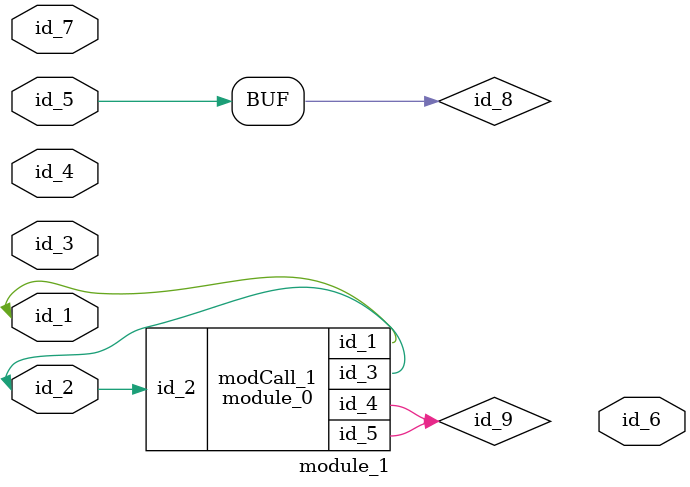
<source format=v>
module module_0 (
    id_1,
    id_2,
    id_3,
    id_4,
    id_5
);
  inout wire id_5;
  inout wire id_4;
  output wire id_3;
  input wire id_2;
  output wire id_1;
  wire id_6, id_7, id_8;
endmodule
module module_1 (
    id_1,
    id_2,
    id_3,
    id_4,
    id_5,
    id_6,
    id_7
);
  input wire id_7;
  output wire id_6;
  input wire id_5;
  input wire id_4;
  input wire id_3;
  inout wire id_2;
  inout wire id_1;
  wire id_8 = id_5, id_9;
  module_0 modCall_1 (
      id_1,
      id_2,
      id_2,
      id_9,
      id_9
  );
endmodule

</source>
